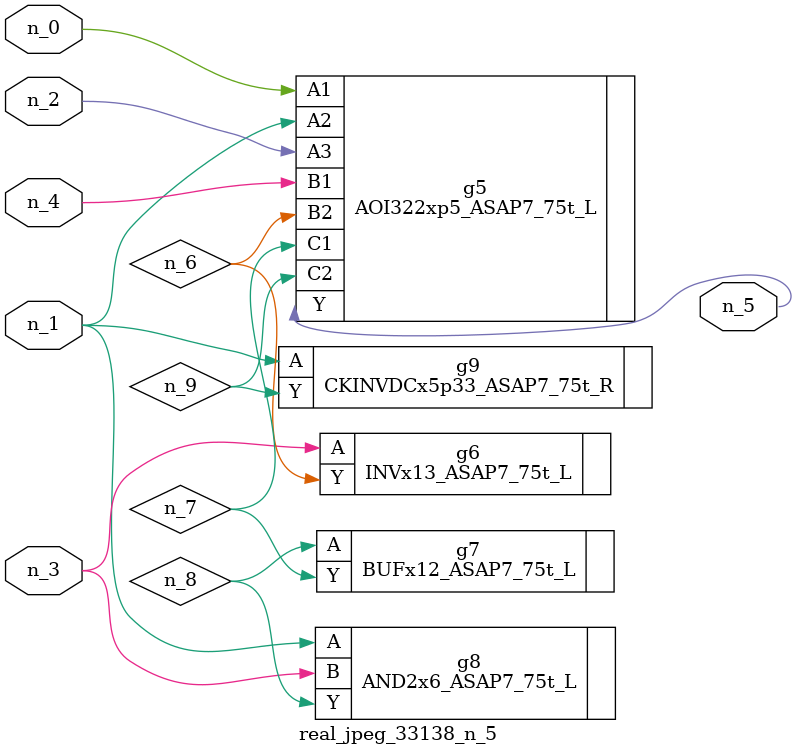
<source format=v>
module real_jpeg_33138_n_5 (n_4, n_0, n_1, n_2, n_3, n_5);

input n_4;
input n_0;
input n_1;
input n_2;
input n_3;

output n_5;

wire n_8;
wire n_6;
wire n_7;
wire n_9;

AOI322xp5_ASAP7_75t_L g5 ( 
.A1(n_0),
.A2(n_1),
.A3(n_2),
.B1(n_4),
.B2(n_6),
.C1(n_7),
.C2(n_9),
.Y(n_5)
);

AND2x6_ASAP7_75t_L g8 ( 
.A(n_1),
.B(n_3),
.Y(n_8)
);

CKINVDCx5p33_ASAP7_75t_R g9 ( 
.A(n_1),
.Y(n_9)
);

INVx13_ASAP7_75t_L g6 ( 
.A(n_3),
.Y(n_6)
);

BUFx12_ASAP7_75t_L g7 ( 
.A(n_8),
.Y(n_7)
);


endmodule
</source>
